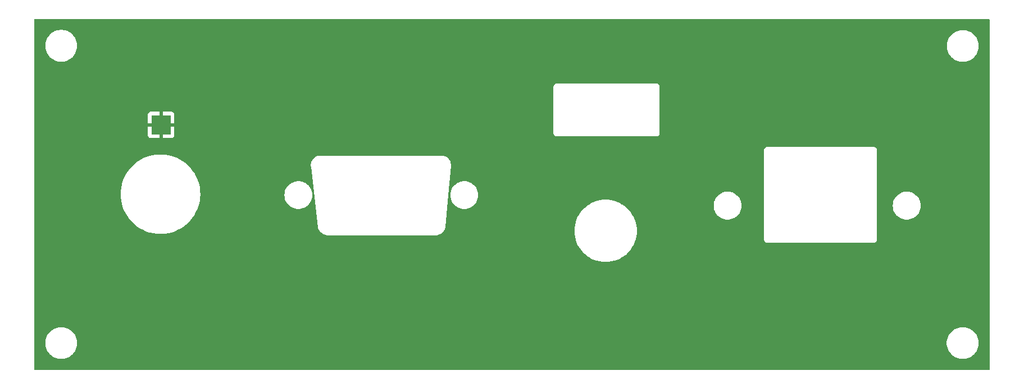
<source format=gbr>
%TF.GenerationSoftware,KiCad,Pcbnew,8.0.1*%
%TF.CreationDate,2025-07-27T10:51:28+02:00*%
%TF.ProjectId,SVX_Node_Case_back.kicad_pcb_usb,5356585f-4e6f-4646-955f-436173655f62,rev?*%
%TF.SameCoordinates,Original*%
%TF.FileFunction,Copper,L2,Bot*%
%TF.FilePolarity,Positive*%
%FSLAX46Y46*%
G04 Gerber Fmt 4.6, Leading zero omitted, Abs format (unit mm)*
G04 Created by KiCad (PCBNEW 8.0.1) date 2025-07-27 10:51:28*
%MOMM*%
%LPD*%
G01*
G04 APERTURE LIST*
%TA.AperFunction,SMDPad,CuDef*%
%ADD10R,3.000000X3.000000*%
%TD*%
G04 APERTURE END LIST*
D10*
%TO.P,GND,1,1*%
%TO.N,GND*%
X100100000Y-86500000D03*
%TD*%
%TA.AperFunction,Conductor*%
%TO.N,GND*%
G36*
X224942539Y-70520185D02*
G01*
X224988294Y-70572989D01*
X224999500Y-70624500D01*
X224999500Y-123375500D01*
X224979815Y-123442539D01*
X224927011Y-123488294D01*
X224875500Y-123499500D01*
X81124500Y-123499500D01*
X81057461Y-123479815D01*
X81011706Y-123427011D01*
X81000500Y-123375500D01*
X81000500Y-119584813D01*
X82649500Y-119584813D01*
X82679686Y-119852719D01*
X82679688Y-119852731D01*
X82739684Y-120115594D01*
X82739687Y-120115602D01*
X82828734Y-120370082D01*
X82945714Y-120612994D01*
X82945716Y-120612997D01*
X83089162Y-120841289D01*
X83257266Y-121052085D01*
X83447915Y-121242734D01*
X83658711Y-121410838D01*
X83887003Y-121554284D01*
X84129921Y-121671267D01*
X84321049Y-121738145D01*
X84384397Y-121760312D01*
X84384405Y-121760315D01*
X84384408Y-121760315D01*
X84384409Y-121760316D01*
X84647268Y-121820312D01*
X84915187Y-121850499D01*
X84915188Y-121850500D01*
X84915191Y-121850500D01*
X85184812Y-121850500D01*
X85184812Y-121850499D01*
X85452732Y-121820312D01*
X85715591Y-121760316D01*
X85970079Y-121671267D01*
X86212997Y-121554284D01*
X86441289Y-121410838D01*
X86652085Y-121242734D01*
X86842734Y-121052085D01*
X87010838Y-120841289D01*
X87154284Y-120612997D01*
X87271267Y-120370079D01*
X87360316Y-120115591D01*
X87420312Y-119852732D01*
X87450500Y-119584813D01*
X218529500Y-119584813D01*
X218559686Y-119852719D01*
X218559688Y-119852731D01*
X218619684Y-120115594D01*
X218619687Y-120115602D01*
X218708734Y-120370082D01*
X218825714Y-120612994D01*
X218825716Y-120612997D01*
X218969162Y-120841289D01*
X219137266Y-121052085D01*
X219327915Y-121242734D01*
X219538711Y-121410838D01*
X219767003Y-121554284D01*
X220009921Y-121671267D01*
X220201049Y-121738145D01*
X220264397Y-121760312D01*
X220264405Y-121760315D01*
X220264408Y-121760315D01*
X220264409Y-121760316D01*
X220527268Y-121820312D01*
X220795187Y-121850499D01*
X220795188Y-121850500D01*
X220795191Y-121850500D01*
X221064812Y-121850500D01*
X221064812Y-121850499D01*
X221332732Y-121820312D01*
X221595591Y-121760316D01*
X221850079Y-121671267D01*
X222092997Y-121554284D01*
X222321289Y-121410838D01*
X222532085Y-121242734D01*
X222722734Y-121052085D01*
X222890838Y-120841289D01*
X223034284Y-120612997D01*
X223151267Y-120370079D01*
X223240316Y-120115591D01*
X223300312Y-119852732D01*
X223330500Y-119584809D01*
X223330500Y-119315191D01*
X223300312Y-119047268D01*
X223240316Y-118784409D01*
X223151267Y-118529921D01*
X223034284Y-118287003D01*
X222890838Y-118058711D01*
X222722734Y-117847915D01*
X222532085Y-117657266D01*
X222321289Y-117489162D01*
X222092997Y-117345716D01*
X222092994Y-117345714D01*
X221850082Y-117228734D01*
X221595602Y-117139687D01*
X221595594Y-117139684D01*
X221398446Y-117094687D01*
X221332732Y-117079688D01*
X221332728Y-117079687D01*
X221332719Y-117079686D01*
X221064813Y-117049500D01*
X221064809Y-117049500D01*
X220795191Y-117049500D01*
X220795186Y-117049500D01*
X220527280Y-117079686D01*
X220527268Y-117079688D01*
X220264405Y-117139684D01*
X220264397Y-117139687D01*
X220009917Y-117228734D01*
X219767005Y-117345714D01*
X219538712Y-117489161D01*
X219327915Y-117657265D01*
X219137265Y-117847915D01*
X218969161Y-118058712D01*
X218825714Y-118287005D01*
X218708734Y-118529917D01*
X218619687Y-118784397D01*
X218619684Y-118784405D01*
X218559688Y-119047268D01*
X218559686Y-119047280D01*
X218529500Y-119315186D01*
X218529500Y-119584813D01*
X87450500Y-119584813D01*
X87450500Y-119584809D01*
X87450500Y-119315191D01*
X87420312Y-119047268D01*
X87360316Y-118784409D01*
X87271267Y-118529921D01*
X87154284Y-118287003D01*
X87010838Y-118058711D01*
X86842734Y-117847915D01*
X86652085Y-117657266D01*
X86441289Y-117489162D01*
X86212997Y-117345716D01*
X86212994Y-117345714D01*
X85970082Y-117228734D01*
X85715602Y-117139687D01*
X85715594Y-117139684D01*
X85518446Y-117094687D01*
X85452732Y-117079688D01*
X85452728Y-117079687D01*
X85452719Y-117079686D01*
X85184813Y-117049500D01*
X85184809Y-117049500D01*
X84915191Y-117049500D01*
X84915186Y-117049500D01*
X84647280Y-117079686D01*
X84647268Y-117079688D01*
X84384405Y-117139684D01*
X84384397Y-117139687D01*
X84129917Y-117228734D01*
X83887005Y-117345714D01*
X83658712Y-117489161D01*
X83447915Y-117657265D01*
X83257265Y-117847915D01*
X83089161Y-118058712D01*
X82945714Y-118287005D01*
X82828734Y-118529917D01*
X82739687Y-118784397D01*
X82739684Y-118784405D01*
X82679688Y-119047268D01*
X82679686Y-119047280D01*
X82649500Y-119315186D01*
X82649500Y-119584813D01*
X81000500Y-119584813D01*
X81000500Y-96970011D01*
X94004630Y-96970011D01*
X94024102Y-97453211D01*
X94024104Y-97453237D01*
X94082398Y-97933332D01*
X94179136Y-98407185D01*
X94313689Y-98871714D01*
X94485185Y-99323910D01*
X94692512Y-99760841D01*
X94934322Y-100179668D01*
X94934327Y-100179674D01*
X95095082Y-100412569D01*
X95209058Y-100577691D01*
X95514914Y-100952295D01*
X95514920Y-100952301D01*
X95849933Y-101301087D01*
X96211920Y-101621779D01*
X96211924Y-101621782D01*
X96211932Y-101621789D01*
X96598561Y-101912323D01*
X97007315Y-102170803D01*
X97435543Y-102395554D01*
X97880466Y-102585118D01*
X98339201Y-102738267D01*
X98587903Y-102799566D01*
X98808767Y-102854004D01*
X98808783Y-102854007D01*
X99071502Y-102896703D01*
X99286133Y-102931584D01*
X99768188Y-102970500D01*
X99768197Y-102970500D01*
X100251803Y-102970500D01*
X100251812Y-102970500D01*
X100733867Y-102931584D01*
X101211228Y-102854005D01*
X101680799Y-102738267D01*
X102139534Y-102585118D01*
X102584457Y-102395554D01*
X103012685Y-102170803D01*
X103421439Y-101912323D01*
X103808068Y-101621789D01*
X104170066Y-101301088D01*
X104505084Y-100952297D01*
X104810950Y-100577680D01*
X105085679Y-100179665D01*
X105327491Y-99760835D01*
X105534817Y-99323905D01*
X105694811Y-98902033D01*
X105706310Y-98871714D01*
X105721274Y-98820055D01*
X105840865Y-98407179D01*
X105937602Y-97933329D01*
X105995896Y-97453232D01*
X106010131Y-97100000D01*
X118694592Y-97100000D01*
X118714201Y-97386680D01*
X118772666Y-97668034D01*
X118772667Y-97668037D01*
X118868894Y-97938793D01*
X118868893Y-97938793D01*
X119001098Y-98193935D01*
X119166812Y-98428700D01*
X119231504Y-98497967D01*
X119362947Y-98638708D01*
X119585853Y-98820055D01*
X119720659Y-98902033D01*
X119831382Y-98969365D01*
X120018237Y-99050526D01*
X120094942Y-99083844D01*
X120371642Y-99161371D01*
X120621920Y-99195771D01*
X120656321Y-99200500D01*
X120656322Y-99200500D01*
X120943679Y-99200500D01*
X120974370Y-99196281D01*
X121228358Y-99161371D01*
X121505058Y-99083844D01*
X121623066Y-99032586D01*
X121768617Y-98969365D01*
X121768620Y-98969363D01*
X121768625Y-98969361D01*
X122014147Y-98820055D01*
X122237053Y-98638708D01*
X122433189Y-98428698D01*
X122598901Y-98193936D01*
X122731104Y-97938797D01*
X122827334Y-97668032D01*
X122885798Y-97386686D01*
X122905408Y-97100000D01*
X122885798Y-96813314D01*
X122827334Y-96531968D01*
X122731105Y-96261206D01*
X122731106Y-96261206D01*
X122598901Y-96006064D01*
X122433187Y-95771299D01*
X122354554Y-95687105D01*
X122237053Y-95561292D01*
X122014147Y-95379945D01*
X122014146Y-95379944D01*
X121768617Y-95230634D01*
X121505063Y-95116158D01*
X121505061Y-95116157D01*
X121505058Y-95116156D01*
X121334203Y-95068285D01*
X121228364Y-95038630D01*
X121228359Y-95038629D01*
X121228358Y-95038629D01*
X121086018Y-95019064D01*
X120943679Y-94999500D01*
X120943678Y-94999500D01*
X120656322Y-94999500D01*
X120656321Y-94999500D01*
X120371642Y-95038629D01*
X120371635Y-95038630D01*
X120163861Y-95096845D01*
X120094942Y-95116156D01*
X120094939Y-95116156D01*
X120094936Y-95116158D01*
X120094935Y-95116158D01*
X119831382Y-95230634D01*
X119585853Y-95379944D01*
X119362950Y-95561289D01*
X119166812Y-95771299D01*
X119001098Y-96006064D01*
X118868894Y-96261206D01*
X118772667Y-96531962D01*
X118772666Y-96531965D01*
X118714201Y-96813319D01*
X118694592Y-97100000D01*
X106010131Y-97100000D01*
X106015370Y-96970011D01*
X106015370Y-96969988D01*
X105995897Y-96486788D01*
X105995896Y-96486782D01*
X105995896Y-96486768D01*
X105937602Y-96006671D01*
X105840865Y-95532821D01*
X105706312Y-95068292D01*
X105706310Y-95068285D01*
X105604865Y-94800798D01*
X105534817Y-94616095D01*
X105327491Y-94179165D01*
X105085679Y-93760335D01*
X105085677Y-93760331D01*
X105085672Y-93760325D01*
X105030666Y-93680635D01*
X104810950Y-93362320D01*
X104810945Y-93362314D01*
X104810941Y-93362308D01*
X104505085Y-92987704D01*
X104505079Y-92987698D01*
X104227020Y-92698208D01*
X104170066Y-92638912D01*
X104153519Y-92624253D01*
X103972592Y-92463966D01*
X122679358Y-92463966D01*
X122682119Y-92678268D01*
X122683436Y-92686282D01*
X122697093Y-92769386D01*
X122697899Y-92775131D01*
X123768109Y-101952346D01*
X123768944Y-101966530D01*
X123768946Y-101968104D01*
X123776974Y-102028492D01*
X123777220Y-102030468D01*
X123784266Y-102090890D01*
X123784649Y-102092407D01*
X123784751Y-102092937D01*
X123784997Y-102093851D01*
X123785503Y-102095792D01*
X123785735Y-102096713D01*
X123785908Y-102097234D01*
X123786315Y-102098748D01*
X123809661Y-102154908D01*
X123810410Y-102156752D01*
X123832887Y-102213372D01*
X123833757Y-102214931D01*
X123839976Y-102227763D01*
X123856937Y-102268588D01*
X123856940Y-102268595D01*
X123976958Y-102471945D01*
X124124025Y-102656661D01*
X124295303Y-102819183D01*
X124295302Y-102819183D01*
X124295305Y-102819185D01*
X124295306Y-102819186D01*
X124487483Y-102956371D01*
X124579695Y-103004464D01*
X124696832Y-103065558D01*
X124696835Y-103065559D01*
X124696837Y-103065560D01*
X124919318Y-103144641D01*
X125150620Y-103192084D01*
X125206352Y-103195592D01*
X125230644Y-103199570D01*
X125234108Y-103200499D01*
X125280298Y-103200499D01*
X125288116Y-103200745D01*
X125293715Y-103201099D01*
X125334201Y-103203658D01*
X125334202Y-103203657D01*
X125334206Y-103203658D01*
X125336187Y-103203259D01*
X125337778Y-103202939D01*
X125362254Y-103200499D01*
X141289002Y-103200499D01*
X141293107Y-103200567D01*
X141397077Y-103204011D01*
X141397078Y-103204010D01*
X141397082Y-103204011D01*
X141623746Y-103181046D01*
X141845283Y-103127898D01*
X142057695Y-103045527D01*
X142257145Y-102935420D01*
X142440031Y-102799566D01*
X142603051Y-102640418D01*
X142704884Y-102510000D01*
X162404479Y-102510000D01*
X162424552Y-102944171D01*
X162424552Y-102944176D01*
X162424553Y-102944181D01*
X162484598Y-103374634D01*
X162484600Y-103374642D01*
X162584108Y-103797724D01*
X162722234Y-104209836D01*
X162722237Y-104209843D01*
X162897781Y-104607412D01*
X162897786Y-104607422D01*
X162897790Y-104607431D01*
X162897794Y-104607439D01*
X162897795Y-104607440D01*
X163109280Y-104987130D01*
X163109284Y-104987136D01*
X163354914Y-105345713D01*
X163632568Y-105680077D01*
X163632578Y-105680089D01*
X163939911Y-105987422D01*
X163939922Y-105987431D01*
X164274286Y-106265085D01*
X164460500Y-106392644D01*
X164632862Y-106510715D01*
X165012569Y-106722210D01*
X165410170Y-106897768D01*
X165822273Y-107035891D01*
X166245363Y-107135401D01*
X166675829Y-107195448D01*
X167110000Y-107215521D01*
X167544171Y-107195448D01*
X167974637Y-107135401D01*
X168397727Y-107035891D01*
X168809830Y-106897768D01*
X169207431Y-106722210D01*
X169587138Y-106510715D01*
X169945710Y-106265087D01*
X169945709Y-106265087D01*
X169945713Y-106265085D01*
X170110006Y-106128657D01*
X170280089Y-105987422D01*
X170587422Y-105680089D01*
X170865087Y-105345710D01*
X171110715Y-104987138D01*
X171322210Y-104607431D01*
X171497768Y-104209830D01*
X171613045Y-103865891D01*
X190999500Y-103865891D01*
X191033608Y-103993187D01*
X191066554Y-104050250D01*
X191099500Y-104107314D01*
X191192686Y-104200500D01*
X191306814Y-104266392D01*
X191434108Y-104300500D01*
X191434110Y-104300500D01*
X207565890Y-104300500D01*
X207565892Y-104300500D01*
X207693186Y-104266392D01*
X207807314Y-104200500D01*
X207900500Y-104107314D01*
X207966392Y-103993186D01*
X208000500Y-103865892D01*
X208000500Y-98700000D01*
X210394592Y-98700000D01*
X210414201Y-98986680D01*
X210414201Y-98986684D01*
X210414202Y-98986686D01*
X210423740Y-99032586D01*
X210472666Y-99268034D01*
X210472667Y-99268037D01*
X210568894Y-99538793D01*
X210568893Y-99538793D01*
X210701098Y-99793935D01*
X210866812Y-100028700D01*
X210870706Y-100032869D01*
X211062947Y-100238708D01*
X211088338Y-100259365D01*
X211285853Y-100420055D01*
X211531382Y-100569365D01*
X211718237Y-100650526D01*
X211794942Y-100683844D01*
X212071642Y-100761371D01*
X212321920Y-100795771D01*
X212356321Y-100800500D01*
X212356322Y-100800500D01*
X212643679Y-100800500D01*
X212674370Y-100796281D01*
X212928358Y-100761371D01*
X213205058Y-100683844D01*
X213435814Y-100583613D01*
X213468617Y-100569365D01*
X213468620Y-100569363D01*
X213468625Y-100569361D01*
X213714147Y-100420055D01*
X213937053Y-100238708D01*
X214133189Y-100028698D01*
X214298901Y-99793936D01*
X214431104Y-99538797D01*
X214527334Y-99268032D01*
X214585798Y-98986686D01*
X214605408Y-98700000D01*
X214585798Y-98413314D01*
X214527334Y-98131968D01*
X214474784Y-97984108D01*
X214431105Y-97861206D01*
X214431106Y-97861206D01*
X214298901Y-97606064D01*
X214133187Y-97371299D01*
X214054554Y-97287105D01*
X213937053Y-97161292D01*
X213714147Y-96979945D01*
X213714146Y-96979944D01*
X213468617Y-96830634D01*
X213205063Y-96716158D01*
X213205061Y-96716157D01*
X213205058Y-96716156D01*
X213075578Y-96679877D01*
X212928364Y-96638630D01*
X212928359Y-96638629D01*
X212928358Y-96638629D01*
X212786018Y-96619064D01*
X212643679Y-96599500D01*
X212643678Y-96599500D01*
X212356322Y-96599500D01*
X212356321Y-96599500D01*
X212071642Y-96638629D01*
X212071635Y-96638630D01*
X211863861Y-96696845D01*
X211794942Y-96716156D01*
X211794939Y-96716156D01*
X211794936Y-96716158D01*
X211794935Y-96716158D01*
X211531382Y-96830634D01*
X211285853Y-96979944D01*
X211062950Y-97161289D01*
X210866812Y-97371299D01*
X210701098Y-97606064D01*
X210568894Y-97861206D01*
X210472667Y-98131962D01*
X210472666Y-98131965D01*
X210414201Y-98413319D01*
X210394592Y-98700000D01*
X208000500Y-98700000D01*
X208000500Y-90234108D01*
X207966392Y-90106814D01*
X207900500Y-89992686D01*
X207807314Y-89899500D01*
X207750250Y-89866554D01*
X207693187Y-89833608D01*
X207629539Y-89816554D01*
X207565892Y-89799500D01*
X191565892Y-89799500D01*
X191434108Y-89799500D01*
X191306812Y-89833608D01*
X191192686Y-89899500D01*
X191192683Y-89899502D01*
X191099502Y-89992683D01*
X191099500Y-89992686D01*
X191033608Y-90106812D01*
X190999500Y-90234108D01*
X190999500Y-103865891D01*
X171613045Y-103865891D01*
X171635891Y-103797727D01*
X171735401Y-103374637D01*
X171795448Y-102944171D01*
X171815521Y-102510000D01*
X171795448Y-102075829D01*
X171735401Y-101645363D01*
X171635891Y-101222273D01*
X171497768Y-100810170D01*
X171395118Y-100577691D01*
X171322218Y-100412587D01*
X171322217Y-100412586D01*
X171322210Y-100412569D01*
X171110715Y-100032862D01*
X170992644Y-99860500D01*
X170865085Y-99674286D01*
X170587431Y-99339922D01*
X170587422Y-99339911D01*
X170280089Y-99032578D01*
X170230700Y-98991566D01*
X169945713Y-98754914D01*
X169865548Y-98700000D01*
X183394592Y-98700000D01*
X183414201Y-98986680D01*
X183414201Y-98986684D01*
X183414202Y-98986686D01*
X183423740Y-99032586D01*
X183472666Y-99268034D01*
X183472667Y-99268037D01*
X183568894Y-99538793D01*
X183568893Y-99538793D01*
X183701098Y-99793935D01*
X183866812Y-100028700D01*
X183870706Y-100032869D01*
X184062947Y-100238708D01*
X184088338Y-100259365D01*
X184285853Y-100420055D01*
X184531382Y-100569365D01*
X184718237Y-100650526D01*
X184794942Y-100683844D01*
X185071642Y-100761371D01*
X185321920Y-100795771D01*
X185356321Y-100800500D01*
X185356322Y-100800500D01*
X185643679Y-100800500D01*
X185674370Y-100796281D01*
X185928358Y-100761371D01*
X186205058Y-100683844D01*
X186435814Y-100583613D01*
X186468617Y-100569365D01*
X186468620Y-100569363D01*
X186468625Y-100569361D01*
X186714147Y-100420055D01*
X186937053Y-100238708D01*
X187133189Y-100028698D01*
X187298901Y-99793936D01*
X187431104Y-99538797D01*
X187527334Y-99268032D01*
X187585798Y-98986686D01*
X187605408Y-98700000D01*
X187585798Y-98413314D01*
X187527334Y-98131968D01*
X187474784Y-97984108D01*
X187431105Y-97861206D01*
X187431106Y-97861206D01*
X187298901Y-97606064D01*
X187133187Y-97371299D01*
X187054554Y-97287105D01*
X186937053Y-97161292D01*
X186714147Y-96979945D01*
X186714146Y-96979944D01*
X186468617Y-96830634D01*
X186205063Y-96716158D01*
X186205061Y-96716157D01*
X186205058Y-96716156D01*
X186075578Y-96679877D01*
X185928364Y-96638630D01*
X185928359Y-96638629D01*
X185928358Y-96638629D01*
X185786018Y-96619064D01*
X185643679Y-96599500D01*
X185643678Y-96599500D01*
X185356322Y-96599500D01*
X185356321Y-96599500D01*
X185071642Y-96638629D01*
X185071635Y-96638630D01*
X184863861Y-96696845D01*
X184794942Y-96716156D01*
X184794939Y-96716156D01*
X184794936Y-96716158D01*
X184794935Y-96716158D01*
X184531382Y-96830634D01*
X184285853Y-96979944D01*
X184062950Y-97161289D01*
X183866812Y-97371299D01*
X183701098Y-97606064D01*
X183568894Y-97861206D01*
X183472667Y-98131962D01*
X183472666Y-98131965D01*
X183414201Y-98413319D01*
X183394592Y-98700000D01*
X169865548Y-98700000D01*
X169680243Y-98573063D01*
X169587138Y-98509285D01*
X169587134Y-98509283D01*
X169587130Y-98509280D01*
X169207440Y-98297795D01*
X169207439Y-98297794D01*
X169207431Y-98297790D01*
X169207422Y-98297786D01*
X169207412Y-98297781D01*
X168809843Y-98122237D01*
X168809836Y-98122234D01*
X168397724Y-97984108D01*
X167974642Y-97884600D01*
X167974634Y-97884598D01*
X167544181Y-97824553D01*
X167544176Y-97824552D01*
X167544171Y-97824552D01*
X167110000Y-97804479D01*
X166675829Y-97824552D01*
X166675823Y-97824552D01*
X166675818Y-97824553D01*
X166245365Y-97884598D01*
X166245357Y-97884600D01*
X165822275Y-97984108D01*
X165410163Y-98122234D01*
X165410156Y-98122237D01*
X165012587Y-98297781D01*
X165012559Y-98297795D01*
X164632869Y-98509280D01*
X164632863Y-98509284D01*
X164274286Y-98754914D01*
X163939922Y-99032568D01*
X163939902Y-99032586D01*
X163632586Y-99339902D01*
X163632568Y-99339922D01*
X163354914Y-99674286D01*
X163109284Y-100032863D01*
X163109280Y-100032869D01*
X162897795Y-100412559D01*
X162897781Y-100412587D01*
X162722237Y-100810156D01*
X162722234Y-100810163D01*
X162584108Y-101222275D01*
X162484600Y-101645357D01*
X162484598Y-101645365D01*
X162424553Y-102075818D01*
X162424552Y-102075823D01*
X162424552Y-102075829D01*
X162404479Y-102510000D01*
X142704884Y-102510000D01*
X142743261Y-102460850D01*
X142858130Y-102264104D01*
X142875346Y-102222734D01*
X142883121Y-102208647D01*
X142882981Y-102208574D01*
X142886759Y-102201372D01*
X142886758Y-102201372D01*
X142886760Y-102201371D01*
X142905005Y-102151746D01*
X142906888Y-102146935D01*
X142916715Y-102123297D01*
X142927193Y-102098093D01*
X142927193Y-102098085D01*
X142929307Y-102090242D01*
X142929477Y-102090287D01*
X142930623Y-102085646D01*
X142930451Y-102085608D01*
X142932234Y-102077686D01*
X142932236Y-102077681D01*
X142937020Y-102024966D01*
X142937581Y-102019953D01*
X142944561Y-101967458D01*
X142944571Y-101959332D01*
X142944745Y-101959332D01*
X142944432Y-101943314D01*
X143384068Y-97100000D01*
X143694592Y-97100000D01*
X143714201Y-97386680D01*
X143772666Y-97668034D01*
X143772667Y-97668037D01*
X143868894Y-97938793D01*
X143868893Y-97938793D01*
X144001098Y-98193935D01*
X144166812Y-98428700D01*
X144231504Y-98497967D01*
X144362947Y-98638708D01*
X144585853Y-98820055D01*
X144720659Y-98902033D01*
X144831382Y-98969365D01*
X145018237Y-99050526D01*
X145094942Y-99083844D01*
X145371642Y-99161371D01*
X145621920Y-99195771D01*
X145656321Y-99200500D01*
X145656322Y-99200500D01*
X145943679Y-99200500D01*
X145974370Y-99196281D01*
X146228358Y-99161371D01*
X146505058Y-99083844D01*
X146623066Y-99032586D01*
X146768617Y-98969365D01*
X146768620Y-98969363D01*
X146768625Y-98969361D01*
X147014147Y-98820055D01*
X147237053Y-98638708D01*
X147433189Y-98428698D01*
X147598901Y-98193936D01*
X147731104Y-97938797D01*
X147827334Y-97668032D01*
X147885798Y-97386686D01*
X147905408Y-97100000D01*
X147885798Y-96813314D01*
X147827334Y-96531968D01*
X147731105Y-96261206D01*
X147731106Y-96261206D01*
X147598901Y-96006064D01*
X147433187Y-95771299D01*
X147354554Y-95687105D01*
X147237053Y-95561292D01*
X147014147Y-95379945D01*
X147014146Y-95379944D01*
X146768617Y-95230634D01*
X146505063Y-95116158D01*
X146505061Y-95116157D01*
X146505058Y-95116156D01*
X146334203Y-95068285D01*
X146228364Y-95038630D01*
X146228359Y-95038629D01*
X146228358Y-95038629D01*
X146086018Y-95019064D01*
X145943679Y-94999500D01*
X145943678Y-94999500D01*
X145656322Y-94999500D01*
X145656321Y-94999500D01*
X145371642Y-95038629D01*
X145371635Y-95038630D01*
X145163861Y-95096845D01*
X145094942Y-95116156D01*
X145094939Y-95116156D01*
X145094936Y-95116158D01*
X145094935Y-95116158D01*
X144831382Y-95230634D01*
X144585853Y-95379944D01*
X144362950Y-95561289D01*
X144166812Y-95771299D01*
X144001098Y-96006064D01*
X143868894Y-96261206D01*
X143772667Y-96531962D01*
X143772666Y-96531965D01*
X143714201Y-96813319D01*
X143694592Y-97100000D01*
X143384068Y-97100000D01*
X143780647Y-92731027D01*
X143781774Y-92722177D01*
X143788505Y-92681222D01*
X143791259Y-92466923D01*
X143761868Y-92254632D01*
X143700997Y-92049141D01*
X143610019Y-91855093D01*
X143490990Y-91676869D01*
X143490989Y-91676868D01*
X143490987Y-91676865D01*
X143346594Y-91518492D01*
X143180106Y-91383550D01*
X143180103Y-91383547D01*
X142995274Y-91275076D01*
X142995262Y-91275070D01*
X142926869Y-91247698D01*
X142910929Y-91239955D01*
X142899990Y-91233637D01*
X142881989Y-91228810D01*
X142868083Y-91224184D01*
X142834595Y-91210798D01*
X142834591Y-91210797D01*
X142807846Y-91207613D01*
X142790397Y-91204254D01*
X142787569Y-91203495D01*
X142772703Y-91199510D01*
X142772700Y-91199509D01*
X142772697Y-91199509D01*
X142747067Y-91199505D01*
X142732435Y-91198636D01*
X142703734Y-91195220D01*
X142703724Y-91195220D01*
X142682927Y-91198221D01*
X142665201Y-91199492D01*
X123805471Y-91196537D01*
X123787783Y-91195266D01*
X123766889Y-91192251D01*
X123766880Y-91192251D01*
X123738273Y-91195656D01*
X123723602Y-91196524D01*
X123694800Y-91196521D01*
X123694799Y-91196521D01*
X123694797Y-91196521D01*
X123674398Y-91201983D01*
X123656991Y-91205332D01*
X123636020Y-91207829D01*
X123609269Y-91218522D01*
X123595324Y-91223158D01*
X123567502Y-91230608D01*
X123567499Y-91230609D01*
X123549180Y-91241182D01*
X123533279Y-91248903D01*
X123475346Y-91272090D01*
X123475341Y-91272092D01*
X123290500Y-91380568D01*
X123124010Y-91515515D01*
X123124001Y-91515523D01*
X122979616Y-91673894D01*
X122979614Y-91673897D01*
X122860585Y-91852126D01*
X122769609Y-92046179D01*
X122708746Y-92251662D01*
X122708743Y-92251673D01*
X122679358Y-92463963D01*
X122679358Y-92463966D01*
X103972592Y-92463966D01*
X103808079Y-92318220D01*
X103808073Y-92318215D01*
X103808068Y-92318211D01*
X103421439Y-92027677D01*
X103012685Y-91769197D01*
X102584457Y-91544446D01*
X102139534Y-91354882D01*
X102139526Y-91354879D01*
X102139523Y-91354878D01*
X101891543Y-91272090D01*
X101680799Y-91201733D01*
X101680795Y-91201732D01*
X101680788Y-91201730D01*
X101211232Y-91085995D01*
X101211216Y-91085992D01*
X100733872Y-91008416D01*
X100251822Y-90969500D01*
X100251812Y-90969500D01*
X99768188Y-90969500D01*
X99768177Y-90969500D01*
X99286127Y-91008416D01*
X98808783Y-91085992D01*
X98808767Y-91085995D01*
X98339211Y-91201730D01*
X98339204Y-91201732D01*
X97880476Y-91354878D01*
X97880468Y-91354881D01*
X97880466Y-91354882D01*
X97820181Y-91380567D01*
X97435549Y-91544443D01*
X97007318Y-91769195D01*
X96598559Y-92027678D01*
X96211920Y-92318220D01*
X95849933Y-92638912D01*
X95514920Y-92987698D01*
X95514914Y-92987704D01*
X95209058Y-93362308D01*
X94934327Y-93760325D01*
X94934322Y-93760331D01*
X94692512Y-94179158D01*
X94485185Y-94616089D01*
X94313689Y-95068285D01*
X94179136Y-95532814D01*
X94082398Y-96006667D01*
X94024104Y-96486762D01*
X94024102Y-96486788D01*
X94004630Y-96969988D01*
X94004630Y-96970011D01*
X81000500Y-96970011D01*
X81000500Y-86750000D01*
X98100000Y-86750000D01*
X98100000Y-88047844D01*
X98106401Y-88107372D01*
X98106403Y-88107379D01*
X98156645Y-88242086D01*
X98156649Y-88242093D01*
X98242809Y-88357187D01*
X98242812Y-88357190D01*
X98357906Y-88443350D01*
X98357913Y-88443354D01*
X98492620Y-88493596D01*
X98492627Y-88493598D01*
X98552155Y-88499999D01*
X98552172Y-88500000D01*
X99850000Y-88500000D01*
X99850000Y-86750000D01*
X100350000Y-86750000D01*
X100350000Y-88500000D01*
X101647828Y-88500000D01*
X101647844Y-88499999D01*
X101707372Y-88493598D01*
X101707379Y-88493596D01*
X101842086Y-88443354D01*
X101842093Y-88443350D01*
X101957187Y-88357190D01*
X101957190Y-88357187D01*
X102043350Y-88242093D01*
X102043354Y-88242086D01*
X102093596Y-88107379D01*
X102093598Y-88107372D01*
X102099999Y-88047844D01*
X102100000Y-88047827D01*
X102100000Y-87815891D01*
X159249500Y-87815891D01*
X159283608Y-87943187D01*
X159316554Y-88000250D01*
X159349500Y-88057314D01*
X159442686Y-88150500D01*
X159556814Y-88216392D01*
X159684108Y-88250500D01*
X159684110Y-88250500D01*
X174815890Y-88250500D01*
X174815892Y-88250500D01*
X174943186Y-88216392D01*
X175057314Y-88150500D01*
X175150500Y-88057314D01*
X175216392Y-87943186D01*
X175250500Y-87815892D01*
X175250500Y-80684108D01*
X175216392Y-80556814D01*
X175150500Y-80442686D01*
X175057314Y-80349500D01*
X175000250Y-80316554D01*
X174943187Y-80283608D01*
X174879539Y-80266554D01*
X174815892Y-80249500D01*
X159815892Y-80249500D01*
X159684108Y-80249500D01*
X159556812Y-80283608D01*
X159442686Y-80349500D01*
X159442683Y-80349502D01*
X159349502Y-80442683D01*
X159349500Y-80442686D01*
X159283608Y-80556812D01*
X159249500Y-80684108D01*
X159249500Y-87815891D01*
X102100000Y-87815891D01*
X102100000Y-86750000D01*
X100350000Y-86750000D01*
X99850000Y-86750000D01*
X98100000Y-86750000D01*
X81000500Y-86750000D01*
X81000500Y-86250000D01*
X98100000Y-86250000D01*
X99850000Y-86250000D01*
X99850000Y-84500000D01*
X100350000Y-84500000D01*
X100350000Y-86250000D01*
X102100000Y-86250000D01*
X102100000Y-84952172D01*
X102099999Y-84952155D01*
X102093598Y-84892627D01*
X102093596Y-84892620D01*
X102043354Y-84757913D01*
X102043350Y-84757906D01*
X101957190Y-84642812D01*
X101957187Y-84642809D01*
X101842093Y-84556649D01*
X101842086Y-84556645D01*
X101707379Y-84506403D01*
X101707372Y-84506401D01*
X101647844Y-84500000D01*
X100350000Y-84500000D01*
X99850000Y-84500000D01*
X98552155Y-84500000D01*
X98492627Y-84506401D01*
X98492620Y-84506403D01*
X98357913Y-84556645D01*
X98357906Y-84556649D01*
X98242812Y-84642809D01*
X98242809Y-84642812D01*
X98156649Y-84757906D01*
X98156645Y-84757913D01*
X98106403Y-84892620D01*
X98106401Y-84892627D01*
X98100000Y-84952155D01*
X98100000Y-86250000D01*
X81000500Y-86250000D01*
X81000500Y-74684813D01*
X82649500Y-74684813D01*
X82679686Y-74952719D01*
X82679688Y-74952731D01*
X82739684Y-75215594D01*
X82739687Y-75215602D01*
X82828734Y-75470082D01*
X82945714Y-75712994D01*
X82945716Y-75712997D01*
X83089162Y-75941289D01*
X83257266Y-76152085D01*
X83447915Y-76342734D01*
X83658711Y-76510838D01*
X83887003Y-76654284D01*
X84129921Y-76771267D01*
X84321049Y-76838145D01*
X84384397Y-76860312D01*
X84384405Y-76860315D01*
X84384408Y-76860315D01*
X84384409Y-76860316D01*
X84647268Y-76920312D01*
X84915187Y-76950499D01*
X84915188Y-76950500D01*
X84915191Y-76950500D01*
X85184812Y-76950500D01*
X85184812Y-76950499D01*
X85452732Y-76920312D01*
X85715591Y-76860316D01*
X85970079Y-76771267D01*
X86212997Y-76654284D01*
X86441289Y-76510838D01*
X86652085Y-76342734D01*
X86842734Y-76152085D01*
X87010838Y-75941289D01*
X87154284Y-75712997D01*
X87271267Y-75470079D01*
X87360316Y-75215591D01*
X87420312Y-74952732D01*
X87447683Y-74709813D01*
X218549500Y-74709813D01*
X218579686Y-74977719D01*
X218579688Y-74977731D01*
X218639684Y-75240594D01*
X218639687Y-75240602D01*
X218728734Y-75495082D01*
X218845714Y-75737994D01*
X218845716Y-75737997D01*
X218989162Y-75966289D01*
X219157266Y-76177085D01*
X219347915Y-76367734D01*
X219558711Y-76535838D01*
X219787003Y-76679284D01*
X220029921Y-76796267D01*
X220212952Y-76860312D01*
X220284397Y-76885312D01*
X220284405Y-76885315D01*
X220284408Y-76885315D01*
X220284409Y-76885316D01*
X220547268Y-76945312D01*
X220815187Y-76975499D01*
X220815188Y-76975500D01*
X220815191Y-76975500D01*
X221084812Y-76975500D01*
X221084812Y-76975499D01*
X221352732Y-76945312D01*
X221615591Y-76885316D01*
X221870079Y-76796267D01*
X222112997Y-76679284D01*
X222341289Y-76535838D01*
X222552085Y-76367734D01*
X222742734Y-76177085D01*
X222910838Y-75966289D01*
X223054284Y-75737997D01*
X223171267Y-75495079D01*
X223260316Y-75240591D01*
X223320312Y-74977732D01*
X223350500Y-74709809D01*
X223350500Y-74440191D01*
X223320312Y-74172268D01*
X223260316Y-73909409D01*
X223171267Y-73654921D01*
X223054284Y-73412003D01*
X222910838Y-73183711D01*
X222742734Y-72972915D01*
X222552085Y-72782266D01*
X222341289Y-72614162D01*
X222112997Y-72470716D01*
X222112994Y-72470714D01*
X221870082Y-72353734D01*
X221615602Y-72264687D01*
X221615594Y-72264684D01*
X221418446Y-72219687D01*
X221352732Y-72204688D01*
X221352728Y-72204687D01*
X221352719Y-72204686D01*
X221084813Y-72174500D01*
X221084809Y-72174500D01*
X220815191Y-72174500D01*
X220815186Y-72174500D01*
X220547280Y-72204686D01*
X220547268Y-72204688D01*
X220284405Y-72264684D01*
X220284397Y-72264687D01*
X220029917Y-72353734D01*
X219787005Y-72470714D01*
X219558712Y-72614161D01*
X219347915Y-72782265D01*
X219157265Y-72972915D01*
X218989161Y-73183712D01*
X218845714Y-73412005D01*
X218728734Y-73654917D01*
X218639687Y-73909397D01*
X218639684Y-73909405D01*
X218579688Y-74172268D01*
X218579686Y-74172280D01*
X218549500Y-74440186D01*
X218549500Y-74709813D01*
X87447683Y-74709813D01*
X87450500Y-74684809D01*
X87450500Y-74415191D01*
X87420312Y-74147268D01*
X87360316Y-73884409D01*
X87271267Y-73629921D01*
X87154284Y-73387003D01*
X87010838Y-73158711D01*
X86842734Y-72947915D01*
X86652085Y-72757266D01*
X86441289Y-72589162D01*
X86212997Y-72445716D01*
X86212994Y-72445714D01*
X85970082Y-72328734D01*
X85715602Y-72239687D01*
X85715594Y-72239684D01*
X85518446Y-72194687D01*
X85452732Y-72179688D01*
X85452728Y-72179687D01*
X85452719Y-72179686D01*
X85184813Y-72149500D01*
X85184809Y-72149500D01*
X84915191Y-72149500D01*
X84915186Y-72149500D01*
X84647280Y-72179686D01*
X84647268Y-72179688D01*
X84384405Y-72239684D01*
X84384397Y-72239687D01*
X84129917Y-72328734D01*
X83887005Y-72445714D01*
X83658712Y-72589161D01*
X83447915Y-72757265D01*
X83257265Y-72947915D01*
X83089161Y-73158712D01*
X82945714Y-73387005D01*
X82828734Y-73629917D01*
X82739687Y-73884397D01*
X82739684Y-73884405D01*
X82679688Y-74147268D01*
X82679686Y-74147280D01*
X82649500Y-74415186D01*
X82649500Y-74684813D01*
X81000500Y-74684813D01*
X81000500Y-70624500D01*
X81020185Y-70557461D01*
X81072989Y-70511706D01*
X81124500Y-70500500D01*
X224875500Y-70500500D01*
X224942539Y-70520185D01*
G37*
%TD.AperFunction*%
%TD*%
M02*

</source>
